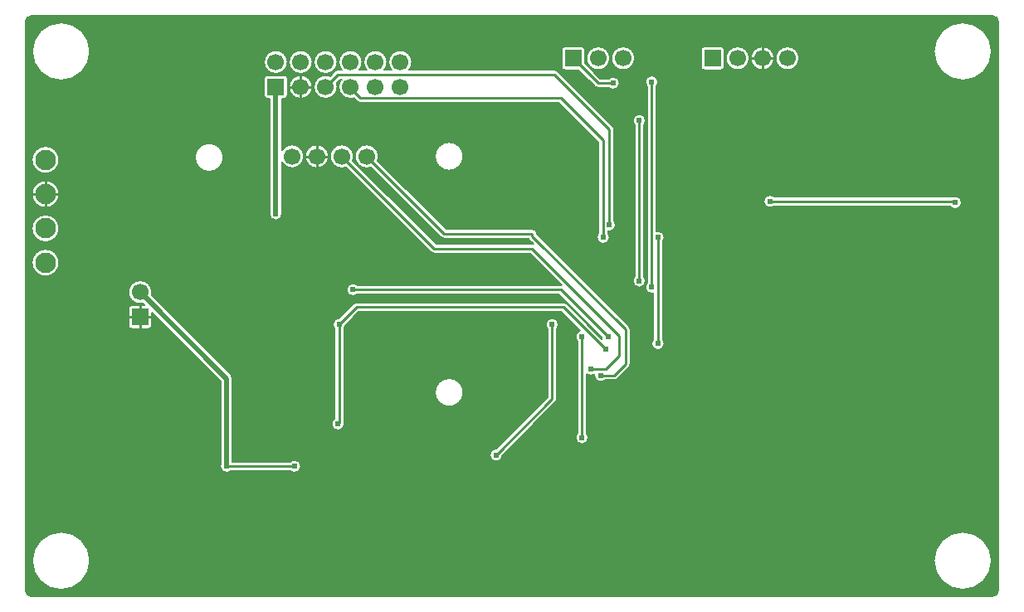
<source format=gbl>
G04 Layer: BottomLayer*
G04 EasyEDA Pro v2.1.33.40dfc3d9.d6468c, 2023-10-26 17:41:14*
G04 Gerber Generator version 0.3*
G04 Scale: 100 percent, Rotated: No, Reflected: No*
G04 Dimensions in millimeters*
G04 Leading zeros omitted, absolute positions, 3 integers and 3 decimals*
%FSLAX33Y33*%
%MOMM*%
%ADD8191C,0.203*%
%ADD10C,0.254*%
%ADD11R,1.7X1.7*%
%ADD12C,1.7*%
%ADD13R,1.7X1.7*%
%ADD14C,2.1*%
%ADD15C,0.61*%
%ADD16C,0.61*%
%ADD17C,0.5183*%
%ADD18C,0.508*%
G75*


G04 Copper Start*
G36*
G01X1000Y-59642D02*
G02X358Y-59000I0J642D01*
G01Y-1000D01*
G02X1000Y-358I642J0D01*
G01X99000D01*
G02X99642Y-1000I0J-642D01*
G01Y-59000D01*
G02X99000Y-59642I-642J0D01*
G01X1000D01*
G37*
%LPC*%
G36*
G01X57150Y-44097D02*
G03X57813Y-43434I0J663D01*
G03X57635Y-42982I-663J0D01*
G01Y-36955D01*
G03X58039Y-37093I404J526D01*
G03X58398Y-36987I0J663D01*
G03X58392Y-37079I657J-93D01*
G03X59055Y-37743I663J0D01*
G03X59507Y-37565I0J663D01*
G01X60457D01*
G03X60800Y-37423I0J485D01*
G01X61938Y-36284D01*
G03X62080Y-35941I-343J343D01*
G01Y-32385D01*
G03X61938Y-32042I-485J0D01*
G01X52555Y-22659D01*
G01Y-22606D01*
G03X52070Y-22121I-485J0D01*
G01X43278D01*
G01X36308Y-15151D01*
G03X36391Y-14712I-1125J439D01*
G03X35183Y-13504I-1208J0D01*
G03X33975Y-14712I0J-1208D01*
G03X35183Y-15920I1208J0D01*
G03X35622Y-15837I0J1208D01*
G01X42734Y-22949D01*
G03X43077Y-23091I343J343D01*
G01X51643D01*
G03X51727Y-23203I427J231D01*
G01X52182Y-23658D01*
G03X52070Y-23645I-112J-472D01*
G01X42262D01*
G01X33768Y-15151D01*
G03X33851Y-14712I-1125J439D01*
G03X32643Y-13504I-1208J0D01*
G03X31435Y-14712I0J-1208D01*
G03X32643Y-15920I1208J0D01*
G03X33082Y-15837I0J1208D01*
G01X41718Y-24473D01*
G03X42061Y-24615I343J343D01*
G01X51869D01*
G01X55103Y-27849D01*
G03X54991Y-27836I-112J-472D01*
G01X34234D01*
G03X33782Y-27658I-452J-485D01*
G03X33119Y-28321I0J-663D01*
G03X33782Y-28984I663J0D01*
G03X34234Y-28806I0J663D01*
G01X54790D01*
G01X59154Y-33170D01*
G03X59187Y-33355I663J23D01*
G01X55588Y-29756D01*
G03X55245Y-29614I-343J-343D01*
G01X34163D01*
G03X33820Y-29756I0J-485D01*
G01X32362Y-31214D01*
G03X31722Y-31877I23J-663D01*
G03X31900Y-32329I663J0D01*
G01Y-41479D01*
G03X31595Y-42037I358J-558D01*
G03X32258Y-42700I663J0D01*
G03X32921Y-42037I0J663D01*
G03X32870Y-41782I-663J0D01*
G01Y-32329D01*
G03X33048Y-31900I-485J452D01*
G01X34364Y-30584D01*
G01X55044D01*
G01X56969Y-32509D01*
G03X56487Y-33147I181J-638D01*
G03X56665Y-33599I663J0D01*
G01Y-42982D01*
G03X56487Y-43434I485J-452D01*
G03X57150Y-44097I663J0D01*
G37*
G36*
G01X58646Y-22984D02*
G03X59309Y-23647I663J0D01*
G03X59972Y-22984I0J663D01*
G03X59794Y-22531I-663J0D01*
G01Y-22363D01*
G03X59944Y-22380I150J646D01*
G03X60607Y-21717I0J663D01*
G03X60429Y-21265I-663J0D01*
G01Y-11938D01*
G03X60287Y-11595I-485J0D01*
G01X54699Y-6007D01*
G03X54356Y-5865I-343J-343D01*
G01X39526D01*
G03X39816Y-5080I-918J785D01*
G03X38608Y-3872I-1208J0D01*
G03X37400Y-5080I0J-1208D01*
G03X37690Y-5865I1208J0D01*
G01X36986D01*
G03X37276Y-5080I-918J785D01*
G03X36068Y-3872I-1208J0D01*
G03X34860Y-5080I0J-1208D01*
G03X35150Y-5865I1208J0D01*
G01X34446D01*
G03X34736Y-5080I-918J785D01*
G03X33528Y-3872I-1208J0D01*
G03X32320Y-5080I0J-1208D01*
G03X32610Y-5865I1208J0D01*
G01X32258D01*
G03X31915Y-6007I0J-485D01*
G01X31427Y-6495D01*
G03X30988Y-6412I-439J-1125D01*
G03X29780Y-7620I0J-1208D01*
G03X30988Y-8828I1208J0D01*
G03X32196Y-7620I0J1208D01*
G03X32113Y-7181I-1208J0D01*
G01X32459Y-6835D01*
G01X32610D01*
G03X32320Y-7620I918J-785D01*
G03X33528Y-8828I1208J0D01*
G03X33873Y-8778I0J1208D01*
G01X34187Y-9092D01*
G03X34530Y-9235I343J343D01*
G01X54776D01*
G01X58824Y-13282D01*
G01Y-22531D01*
G03X58646Y-22984I485J-452D01*
G37*
G36*
G01X20892Y-47018D02*
G03X21344Y-46840I0J663D01*
G01X27361D01*
G03X27813Y-47018I452J485D01*
G03X28476Y-46355I0J663D01*
G03X27813Y-45692I-663J0D01*
G03X27361Y-45870I0J-663D01*
G01X21504D01*
G01Y-37402D01*
G03X21325Y-36969I-612J0D01*
G01X13234Y-28879D01*
G03X13273Y-28575I-1169J304D01*
G03X12065Y-27367I-1208J0D01*
G03X10857Y-28575I0J-1208D01*
G03X12065Y-29783I1208J0D01*
G03X12369Y-29744I0J1208D01*
G01X12531Y-29907D01*
G01X11215D01*
G03X10857Y-30265I0J-358D01*
G01Y-31965D01*
G03X11215Y-32323I358J0D01*
G01X12915D01*
G03X13273Y-31965I0J358D01*
G01Y-30649D01*
G01X20280Y-37655D01*
G01Y-46100D01*
G03X20229Y-46355I612J-255D01*
G03X20892Y-47018I663J0D01*
G37*
G36*
G01X47724Y-45212D02*
G03X48387Y-45875I663J0D01*
G03X49050Y-45235I0J663D01*
G01X54447Y-39838D01*
G03X54589Y-39495I-343J343D01*
G01Y-32331D01*
G03X54767Y-31879I-485J452D01*
G03X54104Y-31216I-663J0D01*
G03X53441Y-31879I0J-663D01*
G03X53619Y-32331I663J0D01*
G01Y-39294D01*
G01X48364Y-44549D01*
G03X47724Y-45212I23J-663D01*
G37*
G36*
G01X25245Y-20574D02*
G03X25908Y-21237I663J0D01*
G03X26571Y-20574I0J663D01*
G03X26520Y-20319I-663J0D01*
G01Y-15323D01*
G03X27563Y-15920I1043J611D01*
G03X28771Y-14712I0J1208D01*
G03X27563Y-13504I-1208J0D01*
G03X26520Y-14102I0J-1208D01*
G01Y-8828D01*
G01X26758D01*
G03X27116Y-8470I0J358D01*
G01Y-6770D01*
G03X26758Y-6412I-358J0D01*
G01X25058D01*
G03X24700Y-6770I0J-358D01*
G01Y-8470D01*
G03X25058Y-8828I358J0D01*
G01X25296D01*
G01Y-20319D01*
G03X25245Y-20574I612J-255D01*
G37*
G36*
G01X64234Y-33830D02*
G03X64897Y-34493I663J0D01*
G03X65560Y-33830I0J663D01*
G03X65382Y-33377I-663J0D01*
G01Y-23439D01*
G03X65560Y-22987I-485J452D01*
G03X64897Y-22324I-663J0D01*
G03X64747Y-22341I0J-663D01*
G01Y-7564D01*
G03X64925Y-7112I-485J452D01*
G03X64262Y-6449I-663J0D01*
G03X63599Y-7112I0J-663D01*
G03X63777Y-7564I663J0D01*
G01Y-27615D01*
G03X63599Y-28067I485J-452D01*
G03X64262Y-28730I663J0D01*
G03X64412Y-28713I0J663D01*
G01Y-33377D01*
G03X64234Y-33830I485J-452D01*
G37*
G36*
G01X1042Y-56000D02*
G03X4000Y-58958I2958J0D01*
G03X6958Y-56000I0J2958D01*
G03X4000Y-53042I-2958J0D01*
G03X1042Y-56000I0J-2958D01*
G37*
G36*
G01X1042Y-4000D02*
G03X4000Y-6958I2958J0D01*
G03X6958Y-4000I0J2958D01*
G03X4000Y-1042I-2958J0D01*
G03X1042Y-4000I0J-2958D01*
G37*
G36*
G01X96000Y-6958D02*
G03X98958Y-4000I0J2958D01*
G03X96000Y-1042I-2958J0D01*
G03X93042Y-4000I0J-2958D01*
G03X96000Y-6958I2958J0D01*
G37*
G36*
G01X96000Y-58958D02*
G03X98958Y-56000I0J2958D01*
G03X96000Y-53042I-2958J0D01*
G03X93042Y-56000I0J-2958D01*
G03X96000Y-58958I2958J0D01*
G37*
G36*
G01X95250Y-20094D02*
G03X95913Y-19431I0J663D01*
G03X95250Y-18768I-663J0D01*
G03X94995Y-18819I0J-663D01*
G01X76779D01*
G03X76327Y-18641I-452J-485D01*
G03X75664Y-19304I0J-663D01*
G03X76327Y-19967I663J0D01*
G03X76779Y-19789I0J663D01*
G01X94692D01*
G03X95250Y-20094I558J358D01*
G37*
G36*
G01X59873Y-7724D02*
G03X60325Y-7902I452J485D01*
G03X60988Y-7239I0J663D01*
G03X60325Y-6576I-663J0D01*
G03X59873Y-6754I0J-663D01*
G01X59002D01*
G01X57469Y-5221D01*
G01Y-3849D01*
G03X57111Y-3491I-358J0D01*
G01X55411D01*
G03X55053Y-3849I0J-358D01*
G01Y-5549D01*
G03X55411Y-5907I358J0D01*
G01X56783D01*
G01X58458Y-7582D01*
G03X58801Y-7724I343J343D01*
G01X59873D01*
G37*
G36*
G01X62329Y-27432D02*
G03X62992Y-28095I663J0D01*
G03X63655Y-27432I0J663D01*
G03X63477Y-26980I-663J0D01*
G01Y-11501D01*
G03X63655Y-11049I-485J452D01*
G03X62992Y-10386I-663J0D01*
G03X62329Y-11049I0J-663D01*
G03X62507Y-11501I663J0D01*
G01Y-26980D01*
G03X62329Y-27432I485J-452D01*
G37*
G36*
G01X42136Y-38810D02*
G03X43594Y-40269I1458J0D01*
G03X45052Y-38810I0J1458D01*
G03X43594Y-37352I-1458J0D01*
G03X42136Y-38810I0J-1458D01*
G37*
G36*
G01X17648Y-14827D02*
G03X19106Y-16285I1458J0D01*
G03X20564Y-14827I0J1458D01*
G03X19106Y-13369I-1458J0D01*
G03X17648Y-14827I0J-1458D01*
G37*
G36*
G01X42136Y-14706D02*
G03X43594Y-16164I1458J0D01*
G03X45052Y-14706I0J1458D01*
G03X43594Y-13248I-1458J0D01*
G03X42136Y-14706I0J-1458D01*
G37*
G36*
G01X1005Y-18570D02*
G03X2413Y-19978I1408J0D01*
G03X3821Y-18570I0J1408D01*
G03X2413Y-17162I-1408J0D01*
G03X1005Y-18570I0J-1408D01*
G37*
G36*
G01X2413Y-26978D02*
G03X3821Y-25570I0J1408D01*
G03X2413Y-24162I-1408J0D01*
G03X1005Y-25570I0J-1408D01*
G03X2413Y-26978I1408J0D01*
G37*
G36*
G01X2413Y-23478D02*
G03X3821Y-22070I0J1408D01*
G03X2413Y-20662I-1408J0D01*
G03X1005Y-22070I0J-1408D01*
G03X2413Y-23478I1408J0D01*
G37*
G36*
G01X2413Y-16478D02*
G03X3821Y-15070I0J1408D01*
G03X2413Y-13662I-1408J0D01*
G03X1005Y-15070I0J-1408D01*
G03X2413Y-16478I1408J0D01*
G37*
G36*
G01X69277Y-5549D02*
G03X69635Y-5907I358J0D01*
G01X71335D01*
G03X71693Y-5549I0J358D01*
G01Y-3849D01*
G03X71335Y-3491I-358J0D01*
G01X69635D01*
G03X69277Y-3849I0J-358D01*
G01Y-5549D01*
G37*
G36*
G01X27240Y-7620D02*
G03X28448Y-8828I1208J0D01*
G03X29656Y-7620I0J1208D01*
G03X28448Y-6412I-1208J0D01*
G03X27240Y-7620I0J-1208D01*
G37*
G36*
G01X24700Y-5080D02*
G03X25908Y-6288I1208J0D01*
G03X27116Y-5080I0J1208D01*
G03X25908Y-3872I-1208J0D01*
G03X24700Y-5080I0J-1208D01*
G37*
G36*
G01X28895Y-14712D02*
G03X30103Y-15920I1208J0D01*
G03X31311Y-14712I0J1208D01*
G03X30103Y-13504I-1208J0D01*
G03X28895Y-14712I0J-1208D01*
G37*
G36*
G01X30988Y-6288D02*
G03X32196Y-5080I0J1208D01*
G03X30988Y-3872I-1208J0D01*
G03X29780Y-5080I0J-1208D01*
G03X30988Y-6288I1208J0D01*
G37*
G36*
G01X57593Y-4699D02*
G03X58801Y-5907I1208J0D01*
G03X60009Y-4699I0J1208D01*
G03X58801Y-3491I-1208J0D01*
G03X57593Y-4699I0J-1208D01*
G37*
G36*
G01X28448Y-6288D02*
G03X29656Y-5080I0J1208D01*
G03X28448Y-3872I-1208J0D01*
G03X27240Y-5080I0J-1208D01*
G03X28448Y-6288I1208J0D01*
G37*
G36*
G01X60133Y-4699D02*
G03X61341Y-5907I1208J0D01*
G03X62549Y-4699I0J1208D01*
G03X61341Y-3491I-1208J0D01*
G03X60133Y-4699I0J-1208D01*
G37*
G36*
G01X75565Y-5907D02*
G03X76773Y-4699I0J1208D01*
G03X75565Y-3491I-1208J0D01*
G03X74357Y-4699I0J-1208D01*
G03X75565Y-5907I1208J0D01*
G37*
G36*
G01X73025Y-5907D02*
G03X74233Y-4699I0J1208D01*
G03X73025Y-3491I-1208J0D01*
G03X71817Y-4699I0J-1208D01*
G03X73025Y-5907I1208J0D01*
G37*
G36*
G01X76897Y-4699D02*
G03X78105Y-5907I1208J0D01*
G03X79313Y-4699I0J1208D01*
G03X78105Y-3491I-1208J0D01*
G03X76897Y-4699I0J-1208D01*
G37*
%LPD*%
G54D8191*
G01X1000Y-59642D02*
G02X358Y-59000I0J642D01*
G01Y-1000D01*
G02X1000Y-358I642J0D01*
G01X99000D01*
G02X99642Y-1000I0J-642D01*
G01Y-59000D01*
G02X99000Y-59642I-642J0D01*
G01X1000D01*
G01X57150Y-44097D02*
G03X57813Y-43434I0J663D01*
G03X57635Y-42982I-663J0D01*
G01Y-36955D01*
G03X58039Y-37093I404J526D01*
G03X58398Y-36987I0J663D01*
G03X58392Y-37079I657J-93D01*
G03X59055Y-37743I663J0D01*
G03X59507Y-37565I0J663D01*
G01X60457D01*
G03X60800Y-37423I0J485D01*
G01X61938Y-36284D01*
G03X62080Y-35941I-343J343D01*
G01Y-32385D01*
G03X61938Y-32042I-485J0D01*
G01X52555Y-22659D01*
G01Y-22606D01*
G03X52070Y-22121I-485J0D01*
G01X43278D01*
G01X36308Y-15151D01*
G03X36391Y-14712I-1125J439D01*
G03X35183Y-13504I-1208J0D01*
G03X33975Y-14712I0J-1208D01*
G03X35183Y-15920I1208J0D01*
G03X35622Y-15837I0J1208D01*
G01X42734Y-22949D01*
G03X43077Y-23091I343J343D01*
G01X51643D01*
G03X51727Y-23203I427J231D01*
G01X52182Y-23658D01*
G03X52070Y-23645I-112J-472D01*
G01X42262D01*
G01X33768Y-15151D01*
G03X33851Y-14712I-1125J439D01*
G03X32643Y-13504I-1208J0D01*
G03X31435Y-14712I0J-1208D01*
G03X32643Y-15920I1208J0D01*
G03X33082Y-15837I0J1208D01*
G01X41718Y-24473D01*
G03X42061Y-24615I343J343D01*
G01X51869D01*
G01X55103Y-27849D01*
G03X54991Y-27836I-112J-472D01*
G01X34234D01*
G03X33782Y-27658I-452J-485D01*
G03X33119Y-28321I0J-663D01*
G03X33782Y-28984I663J0D01*
G03X34234Y-28806I0J663D01*
G01X54790D01*
G01X59154Y-33170D01*
G03X59187Y-33355I663J23D01*
G01X55588Y-29756D01*
G03X55245Y-29614I-343J-343D01*
G01X34163D01*
G03X33820Y-29756I0J-485D01*
G01X32362Y-31214D01*
G03X31722Y-31877I23J-663D01*
G03X31900Y-32329I663J0D01*
G01Y-41479D01*
G03X31595Y-42037I358J-558D01*
G03X32258Y-42700I663J0D01*
G03X32921Y-42037I0J663D01*
G03X32870Y-41782I-663J0D01*
G01Y-32329D01*
G03X33048Y-31900I-485J452D01*
G01X34364Y-30584D01*
G01X55044D01*
G01X56969Y-32509D01*
G03X56487Y-33147I181J-638D01*
G03X56665Y-33599I663J0D01*
G01Y-42982D01*
G03X56487Y-43434I485J-452D01*
G03X57150Y-44097I663J0D01*
G01X58646Y-22984D02*
G03X59309Y-23647I663J0D01*
G03X59972Y-22984I0J663D01*
G03X59794Y-22531I-663J0D01*
G01Y-22363D01*
G03X59944Y-22380I150J646D01*
G03X60607Y-21717I0J663D01*
G03X60429Y-21265I-663J0D01*
G01Y-11938D01*
G03X60287Y-11595I-485J0D01*
G01X54699Y-6007D01*
G03X54356Y-5865I-343J-343D01*
G01X39526D01*
G03X39816Y-5080I-918J785D01*
G03X38608Y-3872I-1208J0D01*
G03X37400Y-5080I0J-1208D01*
G03X37690Y-5865I1208J0D01*
G01X36986D01*
G03X37276Y-5080I-918J785D01*
G03X36068Y-3872I-1208J0D01*
G03X34860Y-5080I0J-1208D01*
G03X35150Y-5865I1208J0D01*
G01X34446D01*
G03X34736Y-5080I-918J785D01*
G03X33528Y-3872I-1208J0D01*
G03X32320Y-5080I0J-1208D01*
G03X32610Y-5865I1208J0D01*
G01X32258D01*
G03X31915Y-6007I0J-485D01*
G01X31427Y-6495D01*
G03X30988Y-6412I-439J-1125D01*
G03X29780Y-7620I0J-1208D01*
G03X30988Y-8828I1208J0D01*
G03X32196Y-7620I0J1208D01*
G03X32113Y-7181I-1208J0D01*
G01X32459Y-6835D01*
G01X32610D01*
G03X32320Y-7620I918J-785D01*
G03X33528Y-8828I1208J0D01*
G03X33873Y-8778I0J1208D01*
G01X34187Y-9092D01*
G03X34530Y-9235I343J343D01*
G01X54776D01*
G01X58824Y-13282D01*
G01Y-22531D01*
G03X58646Y-22984I485J-452D01*
G01X20892Y-47018D02*
G03X21344Y-46840I0J663D01*
G01X27361D01*
G03X27813Y-47018I452J485D01*
G03X28476Y-46355I0J663D01*
G03X27813Y-45692I-663J0D01*
G03X27361Y-45870I0J-663D01*
G01X21504D01*
G01Y-37402D01*
G03X21325Y-36969I-612J0D01*
G01X13234Y-28879D01*
G03X13273Y-28575I-1169J304D01*
G03X12065Y-27367I-1208J0D01*
G03X10857Y-28575I0J-1208D01*
G03X12065Y-29783I1208J0D01*
G03X12369Y-29744I0J1208D01*
G01X12531Y-29907D01*
G01X11215D01*
G03X10857Y-30265I0J-358D01*
G01Y-31965D01*
G03X11215Y-32323I358J0D01*
G01X12915D01*
G03X13273Y-31965I0J358D01*
G01Y-30649D01*
G01X20280Y-37655D01*
G01Y-46100D01*
G03X20229Y-46355I612J-255D01*
G03X20892Y-47018I663J0D01*
G01X47724Y-45212D02*
G03X48387Y-45875I663J0D01*
G03X49050Y-45235I0J663D01*
G01X54447Y-39838D01*
G03X54589Y-39495I-343J343D01*
G01Y-32331D01*
G03X54767Y-31879I-485J452D01*
G03X54104Y-31216I-663J0D01*
G03X53441Y-31879I0J-663D01*
G03X53619Y-32331I663J0D01*
G01Y-39294D01*
G01X48364Y-44549D01*
G03X47724Y-45212I23J-663D01*
G01X25245Y-20574D02*
G03X25908Y-21237I663J0D01*
G03X26571Y-20574I0J663D01*
G03X26520Y-20319I-663J0D01*
G01Y-15323D01*
G03X27563Y-15920I1043J611D01*
G03X28771Y-14712I0J1208D01*
G03X27563Y-13504I-1208J0D01*
G03X26520Y-14102I0J-1208D01*
G01Y-8828D01*
G01X26758D01*
G03X27116Y-8470I0J358D01*
G01Y-6770D01*
G03X26758Y-6412I-358J0D01*
G01X25058D01*
G03X24700Y-6770I0J-358D01*
G01Y-8470D01*
G03X25058Y-8828I358J0D01*
G01X25296D01*
G01Y-20319D01*
G03X25245Y-20574I612J-255D01*
G01X64234Y-33830D02*
G03X64897Y-34493I663J0D01*
G03X65560Y-33830I0J663D01*
G03X65382Y-33377I-663J0D01*
G01Y-23439D01*
G03X65560Y-22987I-485J452D01*
G03X64897Y-22324I-663J0D01*
G03X64747Y-22341I0J-663D01*
G01Y-7564D01*
G03X64925Y-7112I-485J452D01*
G03X64262Y-6449I-663J0D01*
G03X63599Y-7112I0J-663D01*
G03X63777Y-7564I663J0D01*
G01Y-27615D01*
G03X63599Y-28067I485J-452D01*
G03X64262Y-28730I663J0D01*
G03X64412Y-28713I0J663D01*
G01Y-33377D01*
G03X64234Y-33830I485J-452D01*
G01X1042Y-56000D02*
G03X4000Y-58958I2958J0D01*
G03X6958Y-56000I0J2958D01*
G03X4000Y-53042I-2958J0D01*
G03X1042Y-56000I0J-2958D01*
G01X1042Y-4000D02*
G03X4000Y-6958I2958J0D01*
G03X6958Y-4000I0J2958D01*
G03X4000Y-1042I-2958J0D01*
G03X1042Y-4000I0J-2958D01*
G01X96000Y-6958D02*
G03X98958Y-4000I0J2958D01*
G03X96000Y-1042I-2958J0D01*
G03X93042Y-4000I0J-2958D01*
G03X96000Y-6958I2958J0D01*
G01X96000Y-58958D02*
G03X98958Y-56000I0J2958D01*
G03X96000Y-53042I-2958J0D01*
G03X93042Y-56000I0J-2958D01*
G03X96000Y-58958I2958J0D01*
G01X95250Y-20094D02*
G03X95913Y-19431I0J663D01*
G03X95250Y-18768I-663J0D01*
G03X94995Y-18819I0J-663D01*
G01X76779D01*
G03X76327Y-18641I-452J-485D01*
G03X75664Y-19304I0J-663D01*
G03X76327Y-19967I663J0D01*
G03X76779Y-19789I0J663D01*
G01X94692D01*
G03X95250Y-20094I558J358D01*
G01X59873Y-7724D02*
G03X60325Y-7902I452J485D01*
G03X60988Y-7239I0J663D01*
G03X60325Y-6576I-663J0D01*
G03X59873Y-6754I0J-663D01*
G01X59002D01*
G01X57469Y-5221D01*
G01Y-3849D01*
G03X57111Y-3491I-358J0D01*
G01X55411D01*
G03X55053Y-3849I0J-358D01*
G01Y-5549D01*
G03X55411Y-5907I358J0D01*
G01X56783D01*
G01X58458Y-7582D01*
G03X58801Y-7724I343J343D01*
G01X59873D01*
G01X62329Y-27432D02*
G03X62992Y-28095I663J0D01*
G03X63655Y-27432I0J663D01*
G03X63477Y-26980I-663J0D01*
G01Y-11501D01*
G03X63655Y-11049I-485J452D01*
G03X62992Y-10386I-663J0D01*
G03X62329Y-11049I0J-663D01*
G03X62507Y-11501I663J0D01*
G01Y-26980D01*
G03X62329Y-27432I485J-452D01*
G01X42136Y-38810D02*
G03X43594Y-40269I1458J0D01*
G03X45052Y-38810I0J1458D01*
G03X43594Y-37352I-1458J0D01*
G03X42136Y-38810I0J-1458D01*
G01X17648Y-14827D02*
G03X19106Y-16285I1458J0D01*
G03X20564Y-14827I0J1458D01*
G03X19106Y-13369I-1458J0D01*
G03X17648Y-14827I0J-1458D01*
G01X42136Y-14706D02*
G03X43594Y-16164I1458J0D01*
G03X45052Y-14706I0J1458D01*
G03X43594Y-13248I-1458J0D01*
G03X42136Y-14706I0J-1458D01*
G01X1005Y-18570D02*
G03X2413Y-19978I1408J0D01*
G03X3821Y-18570I0J1408D01*
G03X2413Y-17162I-1408J0D01*
G03X1005Y-18570I0J-1408D01*
G01X2413Y-26978D02*
G03X3821Y-25570I0J1408D01*
G03X2413Y-24162I-1408J0D01*
G03X1005Y-25570I0J-1408D01*
G03X2413Y-26978I1408J0D01*
G01X2413Y-23478D02*
G03X3821Y-22070I0J1408D01*
G03X2413Y-20662I-1408J0D01*
G03X1005Y-22070I0J-1408D01*
G03X2413Y-23478I1408J0D01*
G01X2413Y-16478D02*
G03X3821Y-15070I0J1408D01*
G03X2413Y-13662I-1408J0D01*
G03X1005Y-15070I0J-1408D01*
G03X2413Y-16478I1408J0D01*
G01X69277Y-5549D02*
G03X69635Y-5907I358J0D01*
G01X71335D01*
G03X71693Y-5549I0J358D01*
G01Y-3849D01*
G03X71335Y-3491I-358J0D01*
G01X69635D01*
G03X69277Y-3849I0J-358D01*
G01Y-5549D01*
G01X27240Y-7620D02*
G03X28448Y-8828I1208J0D01*
G03X29656Y-7620I0J1208D01*
G03X28448Y-6412I-1208J0D01*
G03X27240Y-7620I0J-1208D01*
G01X24700Y-5080D02*
G03X25908Y-6288I1208J0D01*
G03X27116Y-5080I0J1208D01*
G03X25908Y-3872I-1208J0D01*
G03X24700Y-5080I0J-1208D01*
G01X28895Y-14712D02*
G03X30103Y-15920I1208J0D01*
G03X31311Y-14712I0J1208D01*
G03X30103Y-13504I-1208J0D01*
G03X28895Y-14712I0J-1208D01*
G01X30988Y-6288D02*
G03X32196Y-5080I0J1208D01*
G03X30988Y-3872I-1208J0D01*
G03X29780Y-5080I0J-1208D01*
G03X30988Y-6288I1208J0D01*
G01X57593Y-4699D02*
G03X58801Y-5907I1208J0D01*
G03X60009Y-4699I0J1208D01*
G03X58801Y-3491I-1208J0D01*
G03X57593Y-4699I0J-1208D01*
G01X28448Y-6288D02*
G03X29656Y-5080I0J1208D01*
G03X28448Y-3872I-1208J0D01*
G03X27240Y-5080I0J-1208D01*
G03X28448Y-6288I1208J0D01*
G01X60133Y-4699D02*
G03X61341Y-5907I1208J0D01*
G03X62549Y-4699I0J1208D01*
G03X61341Y-3491I-1208J0D01*
G03X60133Y-4699I0J-1208D01*
G01X75565Y-5907D02*
G03X76773Y-4699I0J1208D01*
G03X75565Y-3491I-1208J0D01*
G03X74357Y-4699I0J-1208D01*
G03X75565Y-5907I1208J0D01*
G01X73025Y-5907D02*
G03X74233Y-4699I0J1208D01*
G03X73025Y-3491I-1208J0D01*
G03X71817Y-4699I0J-1208D01*
G03X73025Y-5907I1208J0D01*
G01X76897Y-4699D02*
G03X78105Y-5907I1208J0D01*
G03X79313Y-4699I0J1208D01*
G03X78105Y-3491I-1208J0D01*
G03X76897Y-4699I0J-1208D01*
G54D10*
G01X30103Y-14712D02*
G01X28994Y-14712D01*
G01X30103Y-14712D02*
G01X31212Y-14712D01*
G01X30103Y-14712D02*
G01X30103Y-13603D01*
G01X30103Y-14712D02*
G01X30103Y-15821D01*
G01X2413Y-18570D02*
G01X2413Y-17261D01*
G01X2413Y-18570D02*
G01X2413Y-19879D01*
G01X2413Y-18570D02*
G01X3722Y-18570D01*
G01X2413Y-18570D02*
G01X1104Y-18570D01*
G01X28448Y-7620D02*
G01X27339Y-7620D01*
G01X28448Y-7620D02*
G01X29557Y-7620D01*
G01X28448Y-7620D02*
G01X28448Y-6511D01*
G01X28448Y-7620D02*
G01X28448Y-8729D01*
G01X12065Y-31115D02*
G01X12065Y-32224D01*
G01X12065Y-31115D02*
G01X12065Y-30006D01*
G01X12065Y-31115D02*
G01X10956Y-31115D01*
G01X12065Y-31115D02*
G01X13174Y-31115D01*
G01X75565Y-4699D02*
G01X74456Y-4699D01*
G01X75565Y-4699D02*
G01X76674Y-4699D01*
G01X75565Y-4699D02*
G01X75565Y-3590D01*
G01X75565Y-4699D02*
G01X75565Y-5808D01*
G04 Copper End*

G04 Pad Start*
G54D11*
G01X12065Y-31115D03*
G54D12*
G01X12065Y-28575D03*
G54D13*
G01X70485Y-4699D03*
G54D12*
G01X73025Y-4699D03*
G01X75565Y-4699D03*
G01X78105Y-4699D03*
G54D13*
G01X56261Y-4699D03*
G54D12*
G01X58801Y-4699D03*
G01X61341Y-4699D03*
G54D13*
G01X25908Y-7620D03*
G54D12*
G01X25908Y-5080D03*
G01X28448Y-7620D03*
G01X28448Y-5080D03*
G01X30988Y-7620D03*
G01X30988Y-5080D03*
G01X33528Y-7620D03*
G01X33528Y-5080D03*
G01X36068Y-7620D03*
G01X36068Y-5080D03*
G01X38608Y-7620D03*
G01X38608Y-5080D03*
G54D14*
G01X2413Y-15070D03*
G01X2413Y-18570D03*
G01X2413Y-22070D03*
G01X2413Y-25570D03*
G54D12*
G01X27563Y-14712D03*
G01X30103Y-14712D03*
G01X32643Y-14712D03*
G01X35183Y-14712D03*
G04 Pad End*

G04 Via Start*
G54D15*
G01X64897Y-33830D03*
G01X64897Y-22987D03*
G01X59817Y-33147D03*
G01X20892Y-46355D03*
G01X27813Y-46355D03*
G01X32258Y-42037D03*
G01X32385Y-31877D03*
G01X59944Y-21717D03*
G01X59309Y-22984D03*
G01X54104Y-31879D03*
G01X48387Y-45212D03*
G01X33782Y-28321D03*
G01X59563Y-34417D03*
G01X58039Y-36429D03*
G01X59055Y-37079D03*
G01X62992Y-27432D03*
G01X62992Y-11049D03*
G01X64262Y-28067D03*
G01X64262Y-7112D03*
G01X57150Y-33147D03*
G01X57150Y-43434D03*
G01X25908Y-20574D03*
G01X60325Y-7239D03*
G54D16*
G01X21844Y-41656D03*
G01X22860Y-41656D03*
G01X23983Y-41656D03*
G01X21844Y-42926D03*
G01X22987Y-42926D03*
G01X24108Y-42926D03*
G54D15*
G01X48895Y-31369D03*
G01X1524Y-35052D03*
G01X76327Y-19304D03*
G01X95250Y-19431D03*
G54D16*
G01X3937Y-47371D03*
G01X3937Y-32131D03*
G01X9017Y-47371D03*
G01X9017Y-37211D03*
G01X9017Y-32131D03*
G01X17653Y-46990D03*
G01X17653Y-42799D03*
G01X14097Y-37211D03*
G01X14097Y-32131D03*
G01X19177Y-37211D03*
G01X19177Y-32131D03*
G01X24257Y-47371D03*
G01X24892Y-28194D03*
G01X29337Y-47371D03*
G01X29337Y-42291D03*
G01X29337Y-32131D03*
G01X33782Y-37846D03*
G54D15*
G01X762Y-25654D03*
G01X762Y-20574D03*
G01X762Y-15494D03*
G01X762Y-10414D03*
G01X762Y-5334D03*
G01X5842Y-25654D03*
G01X5842Y-15494D03*
G01X5842Y-10414D03*
G01X10922Y-56134D03*
G01X10922Y-25654D03*
G01X10922Y-20574D03*
G01X10922Y-10414D03*
G01X10922Y-5334D03*
G01X16002Y-56134D03*
G01X16002Y-25654D03*
G01X16002Y-20574D03*
G01X16002Y-15494D03*
G01X16002Y-10414D03*
G01X16002Y-5334D03*
G01X21082Y-56134D03*
G01X21082Y-25654D03*
G01X21082Y-20574D03*
G01X21082Y-15494D03*
G01X21082Y-10414D03*
G01X21082Y-5334D03*
G01X26162Y-56134D03*
G01X26162Y-51054D03*
G01X26162Y-25654D03*
G01X31242Y-51054D03*
G01X31242Y-25654D03*
G01X36322Y-56134D03*
G01X36322Y-51054D03*
G01X36322Y-45974D03*
G01X36322Y-40894D03*
G01X36322Y-30734D03*
G01X36322Y-25654D03*
G01X41402Y-56134D03*
G01X41402Y-51054D03*
G01X41402Y-45974D03*
G01X41402Y-40894D03*
G01X41402Y-30734D03*
G01X41402Y-25654D03*
G01X41402Y-15494D03*
G01X41402Y-5334D03*
G01X46482Y-45974D03*
G01X46482Y-40894D03*
G01X46482Y-35814D03*
G01X46482Y-25654D03*
G01X46482Y-15494D03*
G01X46482Y-5334D03*
G01X51562Y-56134D03*
G01X51562Y-45974D03*
G01X51562Y-40894D03*
G01X51562Y-30734D03*
G01X51562Y-25654D03*
G01X51562Y-20574D03*
G01X51562Y-15494D03*
G01X51562Y-5334D03*
G01X56642Y-56134D03*
G01X56642Y-51054D03*
G01X61722Y-56134D03*
G01X61722Y-51054D03*
G01X61722Y-45974D03*
G01X61722Y-40894D03*
G01X61722Y-15494D03*
G01X66802Y-56134D03*
G01X66802Y-51054D03*
G01X66802Y-45974D03*
G01X66802Y-40894D03*
G01X66802Y-5334D03*
G01X71882Y-56134D03*
G01X71882Y-51054D03*
G01X71882Y-45974D03*
G01X71882Y-40894D03*
G01X71882Y-30734D03*
G01X71882Y-25654D03*
G01X71882Y-20574D03*
G01X71882Y-15494D03*
G01X71882Y-10414D03*
G01X76962Y-56134D03*
G01X76962Y-51054D03*
G01X76962Y-45974D03*
G01X76962Y-40894D03*
G01X76962Y-30734D03*
G01X76962Y-25654D03*
G01X76962Y-20574D03*
G01X76962Y-15494D03*
G01X76962Y-10414D03*
G01X82042Y-56134D03*
G01X82042Y-51054D03*
G01X82042Y-45974D03*
G01X82042Y-40894D03*
G01X82042Y-35814D03*
G01X82042Y-25654D03*
G01X82042Y-20574D03*
G01X82042Y-10414D03*
G01X87122Y-56134D03*
G01X87122Y-51054D03*
G01X87122Y-45974D03*
G01X87122Y-40894D03*
G01X87122Y-35814D03*
G01X87122Y-25654D03*
G01X87122Y-20574D03*
G01X87122Y-10414D03*
G01X87122Y-5334D03*
G01X92202Y-56134D03*
G01X92202Y-51054D03*
G01X92202Y-45974D03*
G01X92202Y-40894D03*
G01X92202Y-35814D03*
G01X92202Y-25654D03*
G01X92202Y-20574D03*
G01X92202Y-10414D03*
G01X92202Y-5334D03*
G01X97282Y-51054D03*
G01X97282Y-45974D03*
G01X97282Y-40894D03*
G01X97282Y-35814D03*
G01X97282Y-30734D03*
G01X97282Y-25654D03*
G01X97282Y-20574D03*
G01X97282Y-15494D03*
G01X97282Y-10414D03*
G01X1502Y-44950D03*
G01X5102Y-45004D03*
G04 Via End*

G04 Track Start*
G54D10*
G01X64897Y-22987D02*
G01X64897Y-33830D01*
G54D18*
G01X20892Y-46355D02*
G01X20892Y-37402D01*
G01X12065Y-28575D01*
G54D10*
G01X20892Y-46355D02*
G01X27813Y-46355D01*
G01X32258Y-6350D02*
G01X30988Y-7620D01*
G01X33528Y-7747D02*
G01X33528Y-7620D01*
G01X54104Y-31879D02*
G01X54104Y-39495D01*
G01X48387Y-45212D01*
G01X32258Y-42037D02*
G01X32385Y-41910D01*
G01Y-31877D01*
G01X58039Y-36429D02*
G01X59583Y-36429D01*
G01X60960Y-35052D01*
G01X60960Y-33020D02*
G01X52070Y-24130D01*
G01X42061D01*
G01X32643Y-14712D01*
G01X59055Y-37079D02*
G01X60457Y-37079D01*
G01X52070Y-22860D02*
G01X52070Y-22606D01*
G01X43077D01*
G01X35183Y-14712D01*
G01X60960Y-35052D02*
G01X60960Y-33020D01*
G01X60457Y-37079D02*
G01X61595Y-35941D01*
G01Y-32385D01*
G01X52070Y-22860D01*
G01X59817Y-33147D02*
G01X54991Y-28321D01*
G01X33782D01*
G01X34163Y-30099D02*
G01X32385Y-31877D01*
G01X59563Y-34417D02*
G01X55245Y-30099D01*
G01X34163D01*
G01X34530Y-8749D02*
G01X33528Y-7747D01*
G01X59309Y-22984D02*
G01X59309Y-13081D01*
G01X54977Y-8749D01*
G01X34530D01*
G01X59944Y-21717D02*
G01X59944Y-11938D01*
G01X54356Y-6350D01*
G01X32258D01*
G01X62992Y-27432D02*
G01X62992Y-11049D01*
G01X64262Y-28067D02*
G01X64262Y-7112D01*
G01X57150Y-33147D02*
G01X57150Y-43434D01*
G54D18*
G01X25908Y-20574D02*
G01X25908Y-7620D01*
G54D10*
G01X56261Y-4699D02*
G01X58801Y-7239D01*
G01X60325D01*
G01X76327Y-19304D02*
G01X95123Y-19304D01*
G01X95250Y-19431D01*
G04 Track End*

M02*

</source>
